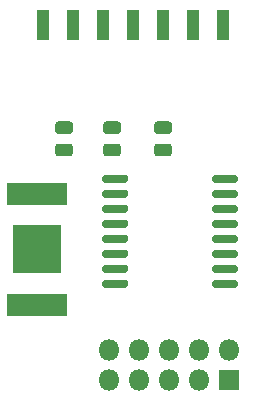
<source format=gbr>
%TF.GenerationSoftware,KiCad,Pcbnew,(5.1.6)-1*%
%TF.CreationDate,2020-11-02T21:17:59+02:00*%
%TF.ProjectId,zigbee-raspberry-module,7a696762-6565-42d7-9261-737062657272,rev?*%
%TF.SameCoordinates,Original*%
%TF.FileFunction,Soldermask,Bot*%
%TF.FilePolarity,Negative*%
%FSLAX46Y46*%
G04 Gerber Fmt 4.6, Leading zero omitted, Abs format (unit mm)*
G04 Created by KiCad (PCBNEW (5.1.6)-1) date 2020-11-02 21:17:59*
%MOMM*%
%LPD*%
G01*
G04 APERTURE LIST*
%ADD10O,1.800000X1.800000*%
%ADD11R,1.800000X1.800000*%
%ADD12R,4.060000X4.060000*%
%ADD13R,5.180000X1.880000*%
%ADD14R,1.100000X2.600000*%
G04 APERTURE END LIST*
D10*
%TO.C,J1*%
X147574000Y-107950000D03*
X147574000Y-110490000D03*
X150114000Y-107950000D03*
X150114000Y-110490000D03*
X152654000Y-107950000D03*
X152654000Y-110490000D03*
X155194000Y-107950000D03*
X155194000Y-110490000D03*
X157734000Y-107950000D03*
D11*
X157734000Y-110490000D03*
%TD*%
D12*
%TO.C,BT1*%
X141478000Y-99440000D03*
D13*
X141478000Y-104140000D03*
X141478000Y-94740000D03*
%TD*%
%TO.C,U2*%
G36*
G01*
X149157000Y-93297000D02*
X149157000Y-93647000D01*
G75*
G02*
X148982000Y-93822000I-175000J0D01*
G01*
X147182000Y-93822000D01*
G75*
G02*
X147007000Y-93647000I0J175000D01*
G01*
X147007000Y-93297000D01*
G75*
G02*
X147182000Y-93122000I175000J0D01*
G01*
X148982000Y-93122000D01*
G75*
G02*
X149157000Y-93297000I0J-175000D01*
G01*
G37*
G36*
G01*
X149157000Y-94567000D02*
X149157000Y-94917000D01*
G75*
G02*
X148982000Y-95092000I-175000J0D01*
G01*
X147182000Y-95092000D01*
G75*
G02*
X147007000Y-94917000I0J175000D01*
G01*
X147007000Y-94567000D01*
G75*
G02*
X147182000Y-94392000I175000J0D01*
G01*
X148982000Y-94392000D01*
G75*
G02*
X149157000Y-94567000I0J-175000D01*
G01*
G37*
G36*
G01*
X149157000Y-95837000D02*
X149157000Y-96187000D01*
G75*
G02*
X148982000Y-96362000I-175000J0D01*
G01*
X147182000Y-96362000D01*
G75*
G02*
X147007000Y-96187000I0J175000D01*
G01*
X147007000Y-95837000D01*
G75*
G02*
X147182000Y-95662000I175000J0D01*
G01*
X148982000Y-95662000D01*
G75*
G02*
X149157000Y-95837000I0J-175000D01*
G01*
G37*
G36*
G01*
X149157000Y-97107000D02*
X149157000Y-97457000D01*
G75*
G02*
X148982000Y-97632000I-175000J0D01*
G01*
X147182000Y-97632000D01*
G75*
G02*
X147007000Y-97457000I0J175000D01*
G01*
X147007000Y-97107000D01*
G75*
G02*
X147182000Y-96932000I175000J0D01*
G01*
X148982000Y-96932000D01*
G75*
G02*
X149157000Y-97107000I0J-175000D01*
G01*
G37*
G36*
G01*
X149157000Y-98377000D02*
X149157000Y-98727000D01*
G75*
G02*
X148982000Y-98902000I-175000J0D01*
G01*
X147182000Y-98902000D01*
G75*
G02*
X147007000Y-98727000I0J175000D01*
G01*
X147007000Y-98377000D01*
G75*
G02*
X147182000Y-98202000I175000J0D01*
G01*
X148982000Y-98202000D01*
G75*
G02*
X149157000Y-98377000I0J-175000D01*
G01*
G37*
G36*
G01*
X149157000Y-99647000D02*
X149157000Y-99997000D01*
G75*
G02*
X148982000Y-100172000I-175000J0D01*
G01*
X147182000Y-100172000D01*
G75*
G02*
X147007000Y-99997000I0J175000D01*
G01*
X147007000Y-99647000D01*
G75*
G02*
X147182000Y-99472000I175000J0D01*
G01*
X148982000Y-99472000D01*
G75*
G02*
X149157000Y-99647000I0J-175000D01*
G01*
G37*
G36*
G01*
X149157000Y-100917000D02*
X149157000Y-101267000D01*
G75*
G02*
X148982000Y-101442000I-175000J0D01*
G01*
X147182000Y-101442000D01*
G75*
G02*
X147007000Y-101267000I0J175000D01*
G01*
X147007000Y-100917000D01*
G75*
G02*
X147182000Y-100742000I175000J0D01*
G01*
X148982000Y-100742000D01*
G75*
G02*
X149157000Y-100917000I0J-175000D01*
G01*
G37*
G36*
G01*
X149157000Y-102187000D02*
X149157000Y-102537000D01*
G75*
G02*
X148982000Y-102712000I-175000J0D01*
G01*
X147182000Y-102712000D01*
G75*
G02*
X147007000Y-102537000I0J175000D01*
G01*
X147007000Y-102187000D01*
G75*
G02*
X147182000Y-102012000I175000J0D01*
G01*
X148982000Y-102012000D01*
G75*
G02*
X149157000Y-102187000I0J-175000D01*
G01*
G37*
G36*
G01*
X158457000Y-102187000D02*
X158457000Y-102537000D01*
G75*
G02*
X158282000Y-102712000I-175000J0D01*
G01*
X156482000Y-102712000D01*
G75*
G02*
X156307000Y-102537000I0J175000D01*
G01*
X156307000Y-102187000D01*
G75*
G02*
X156482000Y-102012000I175000J0D01*
G01*
X158282000Y-102012000D01*
G75*
G02*
X158457000Y-102187000I0J-175000D01*
G01*
G37*
G36*
G01*
X158457000Y-100917000D02*
X158457000Y-101267000D01*
G75*
G02*
X158282000Y-101442000I-175000J0D01*
G01*
X156482000Y-101442000D01*
G75*
G02*
X156307000Y-101267000I0J175000D01*
G01*
X156307000Y-100917000D01*
G75*
G02*
X156482000Y-100742000I175000J0D01*
G01*
X158282000Y-100742000D01*
G75*
G02*
X158457000Y-100917000I0J-175000D01*
G01*
G37*
G36*
G01*
X158457000Y-99647000D02*
X158457000Y-99997000D01*
G75*
G02*
X158282000Y-100172000I-175000J0D01*
G01*
X156482000Y-100172000D01*
G75*
G02*
X156307000Y-99997000I0J175000D01*
G01*
X156307000Y-99647000D01*
G75*
G02*
X156482000Y-99472000I175000J0D01*
G01*
X158282000Y-99472000D01*
G75*
G02*
X158457000Y-99647000I0J-175000D01*
G01*
G37*
G36*
G01*
X158457000Y-98377000D02*
X158457000Y-98727000D01*
G75*
G02*
X158282000Y-98902000I-175000J0D01*
G01*
X156482000Y-98902000D01*
G75*
G02*
X156307000Y-98727000I0J175000D01*
G01*
X156307000Y-98377000D01*
G75*
G02*
X156482000Y-98202000I175000J0D01*
G01*
X158282000Y-98202000D01*
G75*
G02*
X158457000Y-98377000I0J-175000D01*
G01*
G37*
G36*
G01*
X158457000Y-97107000D02*
X158457000Y-97457000D01*
G75*
G02*
X158282000Y-97632000I-175000J0D01*
G01*
X156482000Y-97632000D01*
G75*
G02*
X156307000Y-97457000I0J175000D01*
G01*
X156307000Y-97107000D01*
G75*
G02*
X156482000Y-96932000I175000J0D01*
G01*
X158282000Y-96932000D01*
G75*
G02*
X158457000Y-97107000I0J-175000D01*
G01*
G37*
G36*
G01*
X158457000Y-95837000D02*
X158457000Y-96187000D01*
G75*
G02*
X158282000Y-96362000I-175000J0D01*
G01*
X156482000Y-96362000D01*
G75*
G02*
X156307000Y-96187000I0J175000D01*
G01*
X156307000Y-95837000D01*
G75*
G02*
X156482000Y-95662000I175000J0D01*
G01*
X158282000Y-95662000D01*
G75*
G02*
X158457000Y-95837000I0J-175000D01*
G01*
G37*
G36*
G01*
X158457000Y-94567000D02*
X158457000Y-94917000D01*
G75*
G02*
X158282000Y-95092000I-175000J0D01*
G01*
X156482000Y-95092000D01*
G75*
G02*
X156307000Y-94917000I0J175000D01*
G01*
X156307000Y-94567000D01*
G75*
G02*
X156482000Y-94392000I175000J0D01*
G01*
X158282000Y-94392000D01*
G75*
G02*
X158457000Y-94567000I0J-175000D01*
G01*
G37*
G36*
G01*
X158457000Y-93297000D02*
X158457000Y-93647000D01*
G75*
G02*
X158282000Y-93822000I-175000J0D01*
G01*
X156482000Y-93822000D01*
G75*
G02*
X156307000Y-93647000I0J175000D01*
G01*
X156307000Y-93297000D01*
G75*
G02*
X156482000Y-93122000I175000J0D01*
G01*
X158282000Y-93122000D01*
G75*
G02*
X158457000Y-93297000I0J-175000D01*
G01*
G37*
%TD*%
%TO.C,R4*%
G36*
G01*
X151664750Y-90491500D02*
X152627250Y-90491500D01*
G75*
G02*
X152896000Y-90760250I0J-268750D01*
G01*
X152896000Y-91297750D01*
G75*
G02*
X152627250Y-91566500I-268750J0D01*
G01*
X151664750Y-91566500D01*
G75*
G02*
X151396000Y-91297750I0J268750D01*
G01*
X151396000Y-90760250D01*
G75*
G02*
X151664750Y-90491500I268750J0D01*
G01*
G37*
G36*
G01*
X151664750Y-88616500D02*
X152627250Y-88616500D01*
G75*
G02*
X152896000Y-88885250I0J-268750D01*
G01*
X152896000Y-89422750D01*
G75*
G02*
X152627250Y-89691500I-268750J0D01*
G01*
X151664750Y-89691500D01*
G75*
G02*
X151396000Y-89422750I0J268750D01*
G01*
X151396000Y-88885250D01*
G75*
G02*
X151664750Y-88616500I268750J0D01*
G01*
G37*
%TD*%
%TO.C,R3*%
G36*
G01*
X147346750Y-90491500D02*
X148309250Y-90491500D01*
G75*
G02*
X148578000Y-90760250I0J-268750D01*
G01*
X148578000Y-91297750D01*
G75*
G02*
X148309250Y-91566500I-268750J0D01*
G01*
X147346750Y-91566500D01*
G75*
G02*
X147078000Y-91297750I0J268750D01*
G01*
X147078000Y-90760250D01*
G75*
G02*
X147346750Y-90491500I268750J0D01*
G01*
G37*
G36*
G01*
X147346750Y-88616500D02*
X148309250Y-88616500D01*
G75*
G02*
X148578000Y-88885250I0J-268750D01*
G01*
X148578000Y-89422750D01*
G75*
G02*
X148309250Y-89691500I-268750J0D01*
G01*
X147346750Y-89691500D01*
G75*
G02*
X147078000Y-89422750I0J268750D01*
G01*
X147078000Y-88885250D01*
G75*
G02*
X147346750Y-88616500I268750J0D01*
G01*
G37*
%TD*%
%TO.C,R2*%
G36*
G01*
X143282750Y-90491500D02*
X144245250Y-90491500D01*
G75*
G02*
X144514000Y-90760250I0J-268750D01*
G01*
X144514000Y-91297750D01*
G75*
G02*
X144245250Y-91566500I-268750J0D01*
G01*
X143282750Y-91566500D01*
G75*
G02*
X143014000Y-91297750I0J268750D01*
G01*
X143014000Y-90760250D01*
G75*
G02*
X143282750Y-90491500I268750J0D01*
G01*
G37*
G36*
G01*
X143282750Y-88616500D02*
X144245250Y-88616500D01*
G75*
G02*
X144514000Y-88885250I0J-268750D01*
G01*
X144514000Y-89422750D01*
G75*
G02*
X144245250Y-89691500I-268750J0D01*
G01*
X143282750Y-89691500D01*
G75*
G02*
X143014000Y-89422750I0J268750D01*
G01*
X143014000Y-88885250D01*
G75*
G02*
X143282750Y-88616500I268750J0D01*
G01*
G37*
%TD*%
D14*
%TO.C,JTAG1*%
X141986000Y-80455000D03*
X144526000Y-80455000D03*
X147066000Y-80455000D03*
X149606000Y-80455000D03*
X152146000Y-80455000D03*
X154686000Y-80455000D03*
X157226000Y-80455000D03*
%TD*%
M02*

</source>
